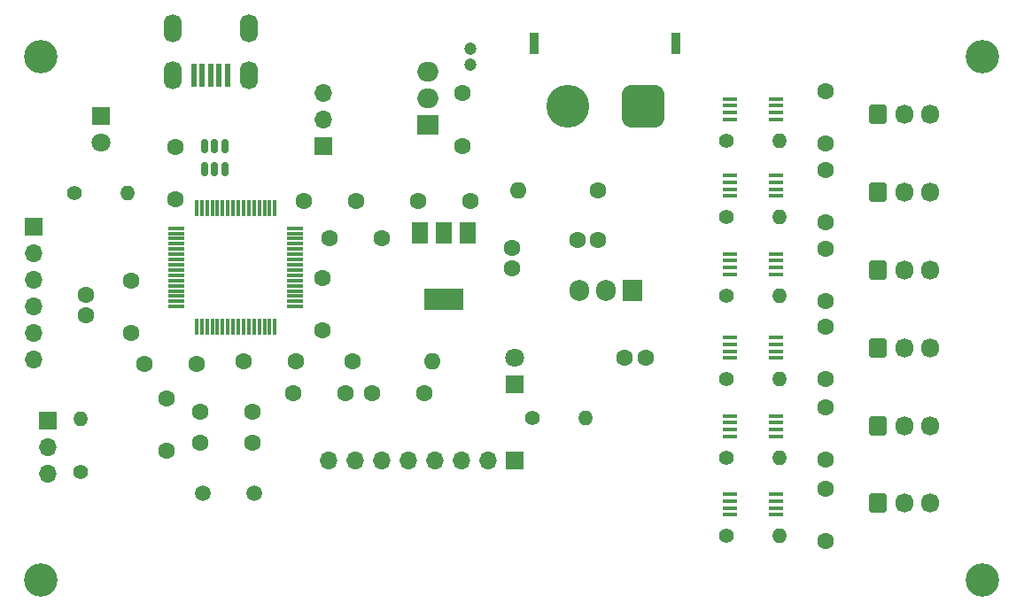
<source format=gbr>
%TF.GenerationSoftware,KiCad,Pcbnew,(6.0.11)*%
%TF.CreationDate,2024-03-05T22:48:33-08:00*%
%TF.ProjectId,bez_controller1v5,62657a5f-636f-46e7-9472-6f6c6c657231,rev?*%
%TF.SameCoordinates,Original*%
%TF.FileFunction,Soldermask,Top*%
%TF.FilePolarity,Negative*%
%FSLAX46Y46*%
G04 Gerber Fmt 4.6, Leading zero omitted, Abs format (unit mm)*
G04 Created by KiCad (PCBNEW (6.0.11)) date 2024-03-05 22:48:33*
%MOMM*%
%LPD*%
G01*
G04 APERTURE LIST*
G04 Aperture macros list*
%AMRoundRect*
0 Rectangle with rounded corners*
0 $1 Rounding radius*
0 $2 $3 $4 $5 $6 $7 $8 $9 X,Y pos of 4 corners*
0 Add a 4 corners polygon primitive as box body*
4,1,4,$2,$3,$4,$5,$6,$7,$8,$9,$2,$3,0*
0 Add four circle primitives for the rounded corners*
1,1,$1+$1,$2,$3*
1,1,$1+$1,$4,$5*
1,1,$1+$1,$6,$7*
1,1,$1+$1,$8,$9*
0 Add four rect primitives between the rounded corners*
20,1,$1+$1,$2,$3,$4,$5,0*
20,1,$1+$1,$4,$5,$6,$7,0*
20,1,$1+$1,$6,$7,$8,$9,0*
20,1,$1+$1,$8,$9,$2,$3,0*%
G04 Aperture macros list end*
%ADD10R,1.700000X1.700000*%
%ADD11O,1.700000X1.700000*%
%ADD12R,1.500000X2.000000*%
%ADD13R,3.800000X2.000000*%
%ADD14C,1.600000*%
%ADD15RoundRect,0.075000X0.075000X-0.700000X0.075000X0.700000X-0.075000X0.700000X-0.075000X-0.700000X0*%
%ADD16RoundRect,0.075000X0.700000X-0.075000X0.700000X0.075000X-0.700000X0.075000X-0.700000X-0.075000X0*%
%ADD17R,1.450000X0.450000*%
%ADD18C,3.200000*%
%ADD19O,1.700000X1.850000*%
%ADD20RoundRect,0.250000X-0.600000X-0.675000X0.600000X-0.675000X0.600000X0.675000X-0.600000X0.675000X0*%
%ADD21C,1.400000*%
%ADD22O,1.400000X1.400000*%
%ADD23R,1.905000X2.000000*%
%ADD24O,1.905000X2.000000*%
%ADD25RoundRect,0.150000X0.150000X-0.512500X0.150000X0.512500X-0.150000X0.512500X-0.150000X-0.512500X0*%
%ADD26O,1.600000X1.600000*%
%ADD27R,0.500000X2.250000*%
%ADD28O,1.700000X2.700000*%
%ADD29R,1.800000X1.800000*%
%ADD30C,1.800000*%
%ADD31C,1.500000*%
%ADD32R,0.900000X2.000000*%
%ADD33C,4.100000*%
%ADD34RoundRect,1.025000X-1.025000X-1.025000X1.025000X-1.025000X1.025000X1.025000X-1.025000X1.025000X0*%
%ADD35R,2.000000X1.905000*%
%ADD36O,2.000000X1.905000*%
%ADD37C,1.200000*%
G04 APERTURE END LIST*
D10*
%TO.C,J9*%
X24300000Y-42260000D03*
D11*
X24300000Y-44800000D03*
X24300000Y-47340000D03*
X24300000Y-49880000D03*
X24300000Y-52420000D03*
X24300000Y-54960000D03*
%TD*%
D12*
%TO.C,U9*%
X65800000Y-42850000D03*
X63500000Y-42850000D03*
D13*
X63500000Y-49150000D03*
D12*
X61200000Y-42850000D03*
%TD*%
D14*
%TO.C,C5*%
X100000000Y-36800000D03*
X100000000Y-41800000D03*
%TD*%
D15*
%TO.C,U11*%
X39850000Y-51812500D03*
X40350000Y-51812500D03*
X40850000Y-51812500D03*
X41350000Y-51812500D03*
X41850000Y-51812500D03*
X42350000Y-51812500D03*
X42850000Y-51812500D03*
X43350000Y-51812500D03*
X43850000Y-51812500D03*
X44350000Y-51812500D03*
X44850000Y-51812500D03*
X45350000Y-51812500D03*
X45850000Y-51812500D03*
X46350000Y-51812500D03*
X46850000Y-51812500D03*
X47350000Y-51812500D03*
D16*
X49275000Y-49887500D03*
X49275000Y-49387500D03*
X49275000Y-48887500D03*
X49275000Y-48387500D03*
X49275000Y-47887500D03*
X49275000Y-47387500D03*
X49275000Y-46887500D03*
X49275000Y-46387500D03*
X49275000Y-45887500D03*
X49275000Y-45387500D03*
X49275000Y-44887500D03*
X49275000Y-44387500D03*
X49275000Y-43887500D03*
X49275000Y-43387500D03*
X49275000Y-42887500D03*
X49275000Y-42387500D03*
D15*
X47350000Y-40462500D03*
X46850000Y-40462500D03*
X46350000Y-40462500D03*
X45850000Y-40462500D03*
X45350000Y-40462500D03*
X44850000Y-40462500D03*
X44350000Y-40462500D03*
X43850000Y-40462500D03*
X43350000Y-40462500D03*
X42850000Y-40462500D03*
X42350000Y-40462500D03*
X41850000Y-40462500D03*
X41350000Y-40462500D03*
X40850000Y-40462500D03*
X40350000Y-40462500D03*
X39850000Y-40462500D03*
D16*
X37925000Y-42387500D03*
X37925000Y-42887500D03*
X37925000Y-43387500D03*
X37925000Y-43887500D03*
X37925000Y-44387500D03*
X37925000Y-44887500D03*
X37925000Y-45387500D03*
X37925000Y-45887500D03*
X37925000Y-46387500D03*
X37925000Y-46887500D03*
X37925000Y-47387500D03*
X37925000Y-47887500D03*
X37925000Y-48387500D03*
X37925000Y-48887500D03*
X37925000Y-49387500D03*
X37925000Y-49887500D03*
%TD*%
D17*
%TO.C,U4*%
X95200000Y-46800000D03*
X95200000Y-46150000D03*
X95200000Y-45500000D03*
X95200000Y-44850000D03*
X90800000Y-44850000D03*
X90800000Y-45500000D03*
X90800000Y-46150000D03*
X90800000Y-46800000D03*
%TD*%
D18*
%TO.C,H2*%
X115000000Y-76000000D03*
%TD*%
D14*
%TO.C,C13*%
X29250000Y-50750000D03*
X29250000Y-48750000D03*
%TD*%
D19*
%TO.C,J1*%
X110000000Y-68700000D03*
X107500000Y-68700000D03*
D20*
X105000000Y-68700000D03*
%TD*%
D14*
%TO.C,C16*%
X50100000Y-39750000D03*
X55100000Y-39750000D03*
%TD*%
%TO.C,C21*%
X61600000Y-58137500D03*
X56600000Y-58137500D03*
%TD*%
%TO.C,C25*%
X45200000Y-62937500D03*
X40200000Y-62937500D03*
%TD*%
%TO.C,C24*%
X40200000Y-59937500D03*
X45200000Y-59937500D03*
%TD*%
%TO.C,C9*%
X65250000Y-34500000D03*
X65250000Y-29500000D03*
%TD*%
%TO.C,C4*%
X100000000Y-44325000D03*
X100000000Y-49325000D03*
%TD*%
D18*
%TO.C,H1*%
X25000000Y-26000000D03*
%TD*%
D21*
%TO.C,R3*%
X90500000Y-56825000D03*
D22*
X95580000Y-56825000D03*
%TD*%
D19*
%TO.C,J4*%
X110000000Y-46380000D03*
X107500000Y-46380000D03*
D20*
X105000000Y-46380000D03*
%TD*%
D17*
%TO.C,U2*%
X95200000Y-62300000D03*
X95200000Y-61650000D03*
X95200000Y-61000000D03*
X95200000Y-60350000D03*
X90800000Y-60350000D03*
X90800000Y-61000000D03*
X90800000Y-61650000D03*
X90800000Y-62300000D03*
%TD*%
D14*
%TO.C,C23*%
X57600000Y-43387500D03*
X52600000Y-43387500D03*
%TD*%
D23*
%TO.C,U7*%
X81540000Y-48305000D03*
D24*
X79000000Y-48305000D03*
X76460000Y-48305000D03*
%TD*%
D25*
%TO.C,U10*%
X40650000Y-36775000D03*
X41600000Y-36775000D03*
X42550000Y-36775000D03*
X42550000Y-34500000D03*
X41600000Y-34500000D03*
X40650000Y-34500000D03*
%TD*%
D10*
%TO.C,J8*%
X70220000Y-64600000D03*
D11*
X67680000Y-64600000D03*
X65140000Y-64600000D03*
X62600000Y-64600000D03*
X60060000Y-64600000D03*
X57520000Y-64600000D03*
X54980000Y-64600000D03*
X52440000Y-64600000D03*
%TD*%
D10*
%TO.C,J7*%
X52000000Y-34500000D03*
D11*
X52000000Y-31960000D03*
X52000000Y-29420000D03*
%TD*%
D14*
%TO.C,FB2*%
X54790000Y-55137500D03*
D26*
X62410000Y-55137500D03*
%TD*%
D14*
%TO.C,FB1*%
X78200000Y-38800000D03*
D26*
X70580000Y-38800000D03*
%TD*%
D17*
%TO.C,U6*%
X95200000Y-31975000D03*
X95200000Y-31325000D03*
X95200000Y-30675000D03*
X95200000Y-30025000D03*
X90800000Y-30025000D03*
X90800000Y-30675000D03*
X90800000Y-31325000D03*
X90800000Y-31975000D03*
%TD*%
D14*
%TO.C,C19*%
X49350000Y-55137500D03*
X44350000Y-55137500D03*
%TD*%
D21*
%TO.C,R5*%
X90500000Y-41325000D03*
D22*
X95580000Y-41325000D03*
%TD*%
D14*
%TO.C,C18*%
X33600000Y-52387500D03*
X33600000Y-47387500D03*
%TD*%
D19*
%TO.C,J2*%
X110000000Y-61260000D03*
X107500000Y-61260000D03*
D20*
X105000000Y-61260000D03*
%TD*%
D14*
%TO.C,C17*%
X37850000Y-39637500D03*
X37850000Y-34637500D03*
%TD*%
D19*
%TO.C,J3*%
X110000000Y-53820000D03*
X107500000Y-53820000D03*
D20*
X105000000Y-53820000D03*
%TD*%
D21*
%TO.C,R6*%
X90460000Y-34000000D03*
D22*
X95540000Y-34000000D03*
%TD*%
D17*
%TO.C,U1*%
X95200000Y-69800000D03*
X95200000Y-69150000D03*
X95200000Y-68500000D03*
X95200000Y-67850000D03*
X90800000Y-67850000D03*
X90800000Y-68500000D03*
X90800000Y-69150000D03*
X90800000Y-69800000D03*
%TD*%
D27*
%TO.C,J12*%
X42800000Y-27800000D03*
X42000000Y-27800000D03*
X41200000Y-27800000D03*
X40400000Y-27800000D03*
X39600000Y-27800000D03*
D28*
X37550000Y-23300000D03*
X37550000Y-27800000D03*
X44850000Y-27800000D03*
X44850000Y-23300000D03*
%TD*%
D29*
%TO.C,D1*%
X70250000Y-57275000D03*
D30*
X70250000Y-54735000D03*
%TD*%
D14*
%TO.C,C22*%
X36970000Y-63637500D03*
X36970000Y-58637500D03*
%TD*%
D17*
%TO.C,U5*%
X95200000Y-39300000D03*
X95200000Y-38650000D03*
X95200000Y-38000000D03*
X95200000Y-37350000D03*
X90800000Y-37350000D03*
X90800000Y-38000000D03*
X90800000Y-38650000D03*
X90800000Y-39300000D03*
%TD*%
D21*
%TO.C,R8*%
X28800000Y-65700000D03*
D22*
X28800000Y-60620000D03*
%TD*%
D21*
%TO.C,R9*%
X28210000Y-39000000D03*
D22*
X33290000Y-39000000D03*
%TD*%
D29*
%TO.C,D2*%
X30750000Y-31675000D03*
D30*
X30750000Y-34215000D03*
%TD*%
D19*
%TO.C,J6*%
X110000000Y-31500000D03*
X107500000Y-31500000D03*
D20*
X105000000Y-31500000D03*
%TD*%
D14*
%TO.C,C1*%
X100000000Y-67300000D03*
X100000000Y-72300000D03*
%TD*%
D10*
%TO.C,J11*%
X25600000Y-60760000D03*
D11*
X25600000Y-63300000D03*
X25600000Y-65840000D03*
%TD*%
D14*
%TO.C,C7*%
X82750000Y-54750000D03*
X80750000Y-54750000D03*
%TD*%
%TO.C,C6*%
X100000000Y-29325000D03*
X100000000Y-34325000D03*
%TD*%
%TO.C,C20*%
X49100000Y-58137500D03*
X54100000Y-58137500D03*
%TD*%
%TO.C,C3*%
X100000000Y-51825000D03*
X100000000Y-56825000D03*
%TD*%
D18*
%TO.C,H4*%
X115000000Y-26000000D03*
%TD*%
D31*
%TO.C,Y1*%
X40450000Y-67750000D03*
X45330000Y-67750000D03*
%TD*%
D14*
%TO.C,C11*%
X61000000Y-39750000D03*
X66000000Y-39750000D03*
%TD*%
D32*
%TO.C,J10*%
X72150000Y-24750000D03*
X85650000Y-24750000D03*
D33*
X75300000Y-30750000D03*
D34*
X82500000Y-30750000D03*
%TD*%
D21*
%TO.C,R4*%
X90500000Y-48825000D03*
D22*
X95580000Y-48825000D03*
%TD*%
D14*
%TO.C,C15*%
X51850000Y-47137500D03*
X51850000Y-52137500D03*
%TD*%
D18*
%TO.C,H3*%
X25000000Y-76000000D03*
%TD*%
D14*
%TO.C,C8*%
X76250000Y-43500000D03*
X78250000Y-43500000D03*
%TD*%
D21*
%TO.C,R7*%
X71960000Y-60500000D03*
D22*
X77040000Y-60500000D03*
%TD*%
D14*
%TO.C,C2*%
X100000000Y-59500000D03*
X100000000Y-64500000D03*
%TD*%
D35*
%TO.C,U8*%
X62000000Y-32540000D03*
D36*
X62000000Y-30000000D03*
X62000000Y-27460000D03*
%TD*%
D21*
%TO.C,R1*%
X90460000Y-71825000D03*
D22*
X95540000Y-71825000D03*
%TD*%
D37*
%TO.C,C10*%
X66000000Y-25250000D03*
X66000000Y-26750000D03*
%TD*%
D14*
%TO.C,C14*%
X39850000Y-55387500D03*
X34850000Y-55387500D03*
%TD*%
%TO.C,C12*%
X70000000Y-46250000D03*
X70000000Y-44250000D03*
%TD*%
D17*
%TO.C,U3*%
X95200000Y-54800000D03*
X95200000Y-54150000D03*
X95200000Y-53500000D03*
X95200000Y-52850000D03*
X90800000Y-52850000D03*
X90800000Y-53500000D03*
X90800000Y-54150000D03*
X90800000Y-54800000D03*
%TD*%
D21*
%TO.C,R2*%
X90460000Y-64325000D03*
D22*
X95540000Y-64325000D03*
%TD*%
D19*
%TO.C,J5*%
X110000000Y-38940000D03*
X107500000Y-38940000D03*
D20*
X105000000Y-38940000D03*
%TD*%
M02*

</source>
